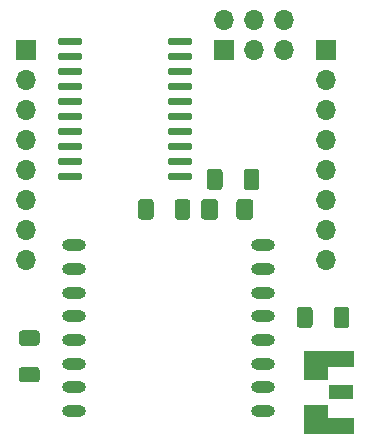
<source format=gts>
%TF.GenerationSoftware,KiCad,Pcbnew,(5.1.10)-1*%
%TF.CreationDate,2021-12-27T13:21:27+01:00*%
%TF.ProjectId,LORA_ATTINY_v3,4c4f5241-5f41-4545-9449-4e595f76332e,rev?*%
%TF.SameCoordinates,Original*%
%TF.FileFunction,Soldermask,Top*%
%TF.FilePolarity,Negative*%
%FSLAX46Y46*%
G04 Gerber Fmt 4.6, Leading zero omitted, Abs format (unit mm)*
G04 Created by KiCad (PCBNEW (5.1.10)-1) date 2021-12-27 13:21:27*
%MOMM*%
%LPD*%
G01*
G04 APERTURE LIST*
%ADD10C,0.100000*%
%ADD11R,2.100000X1.200000*%
%ADD12R,1.700000X1.700000*%
%ADD13O,1.700000X1.700000*%
%ADD14O,2.000000X1.000000*%
G04 APERTURE END LIST*
D10*
%TO.C,ANT1*%
G36*
X83973800Y-75728280D02*
G01*
X83973800Y-76828280D01*
X86173800Y-76828280D01*
X86173800Y-78178280D01*
X81973800Y-78178280D01*
X81973800Y-75728280D01*
X83973800Y-75728280D01*
G37*
G36*
X86173800Y-71176600D02*
G01*
X86173800Y-72526600D01*
X83973800Y-72526600D01*
X83973800Y-73626600D01*
X81973800Y-73626600D01*
X81973800Y-71176600D01*
X86173800Y-71176600D01*
G37*
D11*
X85064600Y-74676000D03*
%TD*%
%TO.C,C1*%
G36*
G01*
X73721000Y-57292003D02*
X73721000Y-55991997D01*
G75*
G02*
X73970997Y-55742000I249997J0D01*
G01*
X74796003Y-55742000D01*
G75*
G02*
X75046000Y-55991997I0J-249997D01*
G01*
X75046000Y-57292003D01*
G75*
G02*
X74796003Y-57542000I-249997J0D01*
G01*
X73970997Y-57542000D01*
G75*
G02*
X73721000Y-57292003I0J249997D01*
G01*
G37*
G36*
G01*
X76846000Y-57292003D02*
X76846000Y-55991997D01*
G75*
G02*
X77095997Y-55742000I249997J0D01*
G01*
X77921003Y-55742000D01*
G75*
G02*
X78171000Y-55991997I0J-249997D01*
G01*
X78171000Y-57292003D01*
G75*
G02*
X77921003Y-57542000I-249997J0D01*
G01*
X77095997Y-57542000D01*
G75*
G02*
X76846000Y-57292003I0J249997D01*
G01*
G37*
%TD*%
%TO.C,C2*%
G36*
G01*
X84466000Y-68976003D02*
X84466000Y-67675997D01*
G75*
G02*
X84715997Y-67426000I249997J0D01*
G01*
X85541003Y-67426000D01*
G75*
G02*
X85791000Y-67675997I0J-249997D01*
G01*
X85791000Y-68976003D01*
G75*
G02*
X85541003Y-69226000I-249997J0D01*
G01*
X84715997Y-69226000D01*
G75*
G02*
X84466000Y-68976003I0J249997D01*
G01*
G37*
G36*
G01*
X81341000Y-68976003D02*
X81341000Y-67675997D01*
G75*
G02*
X81590997Y-67426000I249997J0D01*
G01*
X82416003Y-67426000D01*
G75*
G02*
X82666000Y-67675997I0J-249997D01*
G01*
X82666000Y-68976003D01*
G75*
G02*
X82416003Y-69226000I-249997J0D01*
G01*
X81590997Y-69226000D01*
G75*
G02*
X81341000Y-68976003I0J249997D01*
G01*
G37*
%TD*%
%TO.C,D1*%
G36*
G01*
X77638000Y-58557000D02*
X77638000Y-59807000D01*
G75*
G02*
X77388000Y-60057000I-250000J0D01*
G01*
X76463000Y-60057000D01*
G75*
G02*
X76213000Y-59807000I0J250000D01*
G01*
X76213000Y-58557000D01*
G75*
G02*
X76463000Y-58307000I250000J0D01*
G01*
X77388000Y-58307000D01*
G75*
G02*
X77638000Y-58557000I0J-250000D01*
G01*
G37*
G36*
G01*
X74663000Y-58557000D02*
X74663000Y-59807000D01*
G75*
G02*
X74413000Y-60057000I-250000J0D01*
G01*
X73488000Y-60057000D01*
G75*
G02*
X73238000Y-59807000I0J250000D01*
G01*
X73238000Y-58557000D01*
G75*
G02*
X73488000Y-58307000I250000J0D01*
G01*
X74413000Y-58307000D01*
G75*
G02*
X74663000Y-58557000I0J-250000D01*
G01*
G37*
%TD*%
D12*
%TO.C,J1*%
X58420000Y-45720000D03*
D13*
X58420000Y-48260000D03*
X58420000Y-50800000D03*
X58420000Y-53340000D03*
X58420000Y-55880000D03*
X58420000Y-58420000D03*
X58420000Y-60960000D03*
X58420000Y-63500000D03*
%TD*%
%TO.C,J2*%
X83820000Y-63500000D03*
X83820000Y-60960000D03*
X83820000Y-58420000D03*
X83820000Y-55880000D03*
X83820000Y-53340000D03*
X83820000Y-50800000D03*
X83820000Y-48260000D03*
D12*
X83820000Y-45720000D03*
%TD*%
%TO.C,UPDI*%
X75170000Y-45720000D03*
D13*
X75170000Y-43180000D03*
X77710000Y-45720000D03*
X77710000Y-43180000D03*
X80250000Y-45720000D03*
X80250000Y-43180000D03*
%TD*%
%TO.C,R1*%
G36*
G01*
X69204000Y-58556999D02*
X69204000Y-59807001D01*
G75*
G02*
X68954001Y-60057000I-249999J0D01*
G01*
X68153999Y-60057000D01*
G75*
G02*
X67904000Y-59807001I0J249999D01*
G01*
X67904000Y-58556999D01*
G75*
G02*
X68153999Y-58307000I249999J0D01*
G01*
X68954001Y-58307000D01*
G75*
G02*
X69204000Y-58556999I0J-249999D01*
G01*
G37*
G36*
G01*
X72304000Y-58556999D02*
X72304000Y-59807001D01*
G75*
G02*
X72054001Y-60057000I-249999J0D01*
G01*
X71253999Y-60057000D01*
G75*
G02*
X71004000Y-59807001I0J249999D01*
G01*
X71004000Y-58556999D01*
G75*
G02*
X71253999Y-58307000I249999J0D01*
G01*
X72054001Y-58307000D01*
G75*
G02*
X72304000Y-58556999I0J-249999D01*
G01*
G37*
%TD*%
%TO.C,R2*%
G36*
G01*
X58048999Y-69428000D02*
X59299001Y-69428000D01*
G75*
G02*
X59549000Y-69677999I0J-249999D01*
G01*
X59549000Y-70478001D01*
G75*
G02*
X59299001Y-70728000I-249999J0D01*
G01*
X58048999Y-70728000D01*
G75*
G02*
X57799000Y-70478001I0J249999D01*
G01*
X57799000Y-69677999D01*
G75*
G02*
X58048999Y-69428000I249999J0D01*
G01*
G37*
G36*
G01*
X58048999Y-72528000D02*
X59299001Y-72528000D01*
G75*
G02*
X59549000Y-72777999I0J-249999D01*
G01*
X59549000Y-73578001D01*
G75*
G02*
X59299001Y-73828000I-249999J0D01*
G01*
X58048999Y-73828000D01*
G75*
G02*
X57799000Y-73578001I0J249999D01*
G01*
X57799000Y-72777999D01*
G75*
G02*
X58048999Y-72528000I249999J0D01*
G01*
G37*
%TD*%
D14*
%TO.C,RFM95*%
X62484000Y-62230000D03*
X62484000Y-64230000D03*
X62484000Y-66230000D03*
X62484000Y-68230000D03*
X62484000Y-70230000D03*
X62484000Y-72230000D03*
X62484000Y-74230000D03*
X62484000Y-76230000D03*
X78484000Y-76230000D03*
X78484000Y-74230000D03*
X78484000Y-72230000D03*
X78484000Y-70230000D03*
X78484000Y-68230000D03*
X78484000Y-66230000D03*
X78484000Y-64230000D03*
X78484000Y-62230000D03*
%TD*%
%TO.C,ATTiny 3216*%
G36*
G01*
X72477000Y-56238000D02*
X72477000Y-56538000D01*
G75*
G02*
X72327000Y-56688000I-150000J0D01*
G01*
X70577000Y-56688000D01*
G75*
G02*
X70427000Y-56538000I0J150000D01*
G01*
X70427000Y-56238000D01*
G75*
G02*
X70577000Y-56088000I150000J0D01*
G01*
X72327000Y-56088000D01*
G75*
G02*
X72477000Y-56238000I0J-150000D01*
G01*
G37*
G36*
G01*
X72477000Y-54968000D02*
X72477000Y-55268000D01*
G75*
G02*
X72327000Y-55418000I-150000J0D01*
G01*
X70577000Y-55418000D01*
G75*
G02*
X70427000Y-55268000I0J150000D01*
G01*
X70427000Y-54968000D01*
G75*
G02*
X70577000Y-54818000I150000J0D01*
G01*
X72327000Y-54818000D01*
G75*
G02*
X72477000Y-54968000I0J-150000D01*
G01*
G37*
G36*
G01*
X72477000Y-53698000D02*
X72477000Y-53998000D01*
G75*
G02*
X72327000Y-54148000I-150000J0D01*
G01*
X70577000Y-54148000D01*
G75*
G02*
X70427000Y-53998000I0J150000D01*
G01*
X70427000Y-53698000D01*
G75*
G02*
X70577000Y-53548000I150000J0D01*
G01*
X72327000Y-53548000D01*
G75*
G02*
X72477000Y-53698000I0J-150000D01*
G01*
G37*
G36*
G01*
X72477000Y-52428000D02*
X72477000Y-52728000D01*
G75*
G02*
X72327000Y-52878000I-150000J0D01*
G01*
X70577000Y-52878000D01*
G75*
G02*
X70427000Y-52728000I0J150000D01*
G01*
X70427000Y-52428000D01*
G75*
G02*
X70577000Y-52278000I150000J0D01*
G01*
X72327000Y-52278000D01*
G75*
G02*
X72477000Y-52428000I0J-150000D01*
G01*
G37*
G36*
G01*
X72477000Y-51158000D02*
X72477000Y-51458000D01*
G75*
G02*
X72327000Y-51608000I-150000J0D01*
G01*
X70577000Y-51608000D01*
G75*
G02*
X70427000Y-51458000I0J150000D01*
G01*
X70427000Y-51158000D01*
G75*
G02*
X70577000Y-51008000I150000J0D01*
G01*
X72327000Y-51008000D01*
G75*
G02*
X72477000Y-51158000I0J-150000D01*
G01*
G37*
G36*
G01*
X72477000Y-49888000D02*
X72477000Y-50188000D01*
G75*
G02*
X72327000Y-50338000I-150000J0D01*
G01*
X70577000Y-50338000D01*
G75*
G02*
X70427000Y-50188000I0J150000D01*
G01*
X70427000Y-49888000D01*
G75*
G02*
X70577000Y-49738000I150000J0D01*
G01*
X72327000Y-49738000D01*
G75*
G02*
X72477000Y-49888000I0J-150000D01*
G01*
G37*
G36*
G01*
X72477000Y-48618000D02*
X72477000Y-48918000D01*
G75*
G02*
X72327000Y-49068000I-150000J0D01*
G01*
X70577000Y-49068000D01*
G75*
G02*
X70427000Y-48918000I0J150000D01*
G01*
X70427000Y-48618000D01*
G75*
G02*
X70577000Y-48468000I150000J0D01*
G01*
X72327000Y-48468000D01*
G75*
G02*
X72477000Y-48618000I0J-150000D01*
G01*
G37*
G36*
G01*
X72477000Y-47348000D02*
X72477000Y-47648000D01*
G75*
G02*
X72327000Y-47798000I-150000J0D01*
G01*
X70577000Y-47798000D01*
G75*
G02*
X70427000Y-47648000I0J150000D01*
G01*
X70427000Y-47348000D01*
G75*
G02*
X70577000Y-47198000I150000J0D01*
G01*
X72327000Y-47198000D01*
G75*
G02*
X72477000Y-47348000I0J-150000D01*
G01*
G37*
G36*
G01*
X72477000Y-46078000D02*
X72477000Y-46378000D01*
G75*
G02*
X72327000Y-46528000I-150000J0D01*
G01*
X70577000Y-46528000D01*
G75*
G02*
X70427000Y-46378000I0J150000D01*
G01*
X70427000Y-46078000D01*
G75*
G02*
X70577000Y-45928000I150000J0D01*
G01*
X72327000Y-45928000D01*
G75*
G02*
X72477000Y-46078000I0J-150000D01*
G01*
G37*
G36*
G01*
X72477000Y-44808000D02*
X72477000Y-45108000D01*
G75*
G02*
X72327000Y-45258000I-150000J0D01*
G01*
X70577000Y-45258000D01*
G75*
G02*
X70427000Y-45108000I0J150000D01*
G01*
X70427000Y-44808000D01*
G75*
G02*
X70577000Y-44658000I150000J0D01*
G01*
X72327000Y-44658000D01*
G75*
G02*
X72477000Y-44808000I0J-150000D01*
G01*
G37*
G36*
G01*
X63177000Y-44808000D02*
X63177000Y-45108000D01*
G75*
G02*
X63027000Y-45258000I-150000J0D01*
G01*
X61277000Y-45258000D01*
G75*
G02*
X61127000Y-45108000I0J150000D01*
G01*
X61127000Y-44808000D01*
G75*
G02*
X61277000Y-44658000I150000J0D01*
G01*
X63027000Y-44658000D01*
G75*
G02*
X63177000Y-44808000I0J-150000D01*
G01*
G37*
G36*
G01*
X63177000Y-46078000D02*
X63177000Y-46378000D01*
G75*
G02*
X63027000Y-46528000I-150000J0D01*
G01*
X61277000Y-46528000D01*
G75*
G02*
X61127000Y-46378000I0J150000D01*
G01*
X61127000Y-46078000D01*
G75*
G02*
X61277000Y-45928000I150000J0D01*
G01*
X63027000Y-45928000D01*
G75*
G02*
X63177000Y-46078000I0J-150000D01*
G01*
G37*
G36*
G01*
X63177000Y-47348000D02*
X63177000Y-47648000D01*
G75*
G02*
X63027000Y-47798000I-150000J0D01*
G01*
X61277000Y-47798000D01*
G75*
G02*
X61127000Y-47648000I0J150000D01*
G01*
X61127000Y-47348000D01*
G75*
G02*
X61277000Y-47198000I150000J0D01*
G01*
X63027000Y-47198000D01*
G75*
G02*
X63177000Y-47348000I0J-150000D01*
G01*
G37*
G36*
G01*
X63177000Y-48618000D02*
X63177000Y-48918000D01*
G75*
G02*
X63027000Y-49068000I-150000J0D01*
G01*
X61277000Y-49068000D01*
G75*
G02*
X61127000Y-48918000I0J150000D01*
G01*
X61127000Y-48618000D01*
G75*
G02*
X61277000Y-48468000I150000J0D01*
G01*
X63027000Y-48468000D01*
G75*
G02*
X63177000Y-48618000I0J-150000D01*
G01*
G37*
G36*
G01*
X63177000Y-49888000D02*
X63177000Y-50188000D01*
G75*
G02*
X63027000Y-50338000I-150000J0D01*
G01*
X61277000Y-50338000D01*
G75*
G02*
X61127000Y-50188000I0J150000D01*
G01*
X61127000Y-49888000D01*
G75*
G02*
X61277000Y-49738000I150000J0D01*
G01*
X63027000Y-49738000D01*
G75*
G02*
X63177000Y-49888000I0J-150000D01*
G01*
G37*
G36*
G01*
X63177000Y-51158000D02*
X63177000Y-51458000D01*
G75*
G02*
X63027000Y-51608000I-150000J0D01*
G01*
X61277000Y-51608000D01*
G75*
G02*
X61127000Y-51458000I0J150000D01*
G01*
X61127000Y-51158000D01*
G75*
G02*
X61277000Y-51008000I150000J0D01*
G01*
X63027000Y-51008000D01*
G75*
G02*
X63177000Y-51158000I0J-150000D01*
G01*
G37*
G36*
G01*
X63177000Y-52428000D02*
X63177000Y-52728000D01*
G75*
G02*
X63027000Y-52878000I-150000J0D01*
G01*
X61277000Y-52878000D01*
G75*
G02*
X61127000Y-52728000I0J150000D01*
G01*
X61127000Y-52428000D01*
G75*
G02*
X61277000Y-52278000I150000J0D01*
G01*
X63027000Y-52278000D01*
G75*
G02*
X63177000Y-52428000I0J-150000D01*
G01*
G37*
G36*
G01*
X63177000Y-53698000D02*
X63177000Y-53998000D01*
G75*
G02*
X63027000Y-54148000I-150000J0D01*
G01*
X61277000Y-54148000D01*
G75*
G02*
X61127000Y-53998000I0J150000D01*
G01*
X61127000Y-53698000D01*
G75*
G02*
X61277000Y-53548000I150000J0D01*
G01*
X63027000Y-53548000D01*
G75*
G02*
X63177000Y-53698000I0J-150000D01*
G01*
G37*
G36*
G01*
X63177000Y-54968000D02*
X63177000Y-55268000D01*
G75*
G02*
X63027000Y-55418000I-150000J0D01*
G01*
X61277000Y-55418000D01*
G75*
G02*
X61127000Y-55268000I0J150000D01*
G01*
X61127000Y-54968000D01*
G75*
G02*
X61277000Y-54818000I150000J0D01*
G01*
X63027000Y-54818000D01*
G75*
G02*
X63177000Y-54968000I0J-150000D01*
G01*
G37*
G36*
G01*
X63177000Y-56238000D02*
X63177000Y-56538000D01*
G75*
G02*
X63027000Y-56688000I-150000J0D01*
G01*
X61277000Y-56688000D01*
G75*
G02*
X61127000Y-56538000I0J150000D01*
G01*
X61127000Y-56238000D01*
G75*
G02*
X61277000Y-56088000I150000J0D01*
G01*
X63027000Y-56088000D01*
G75*
G02*
X63177000Y-56238000I0J-150000D01*
G01*
G37*
%TD*%
M02*

</source>
